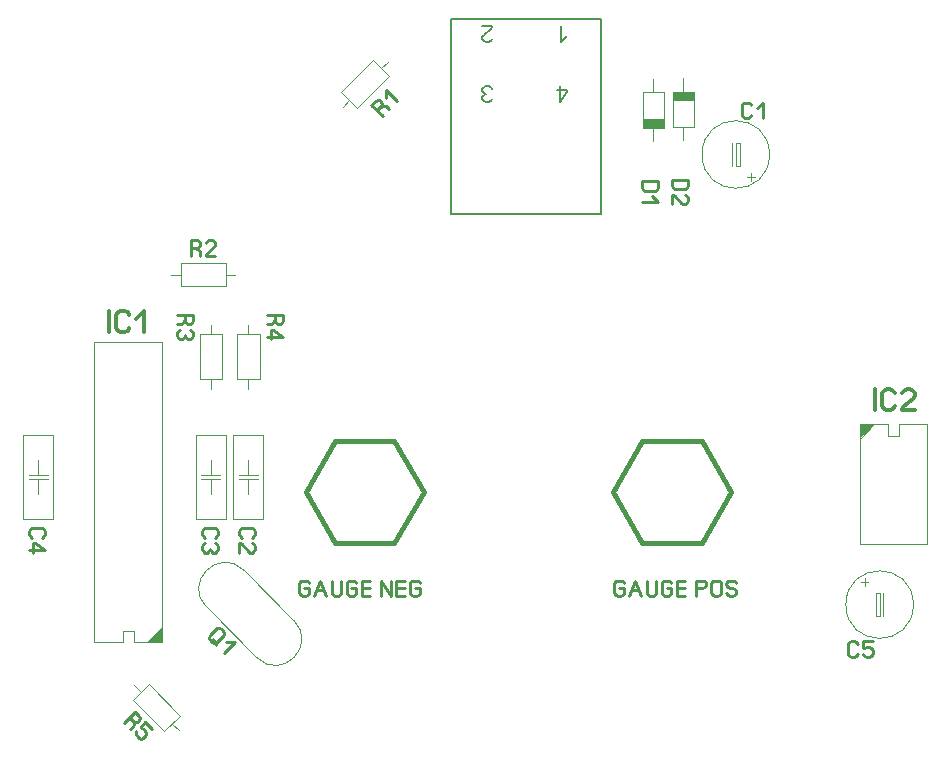
<source format=gbr>
%FSLAX32Y32*%
%MOMM*%
%LNBESTUECKUNG1*%
G71*
G01*
%ADD10C, 0.10*%
%ADD11C, 0.00*%
%ADD12C, 0.32*%
%ADD13C, 0.24*%
%ADD14C, 0.20*%
%ADD15C, 0.17*%
%ADD16C, 0.40*%
%LPD*%
G54D10*
X920Y3905D02*
X1159Y3905D01*
X1159Y4000D01*
X1253Y4000D01*
X1253Y3905D01*
X1492Y3905D01*
X1492Y6445D01*
X920Y6445D01*
X920Y3905D01*
G36*
X1492Y3904D02*
X1365Y3904D01*
X1492Y4032D01*
X1492Y3904D01*
G37*
G54D11*
X1492Y3904D02*
X1365Y3904D01*
X1492Y4032D01*
X1492Y3904D01*
G54D10*
X7970Y5745D02*
X7731Y5746D01*
X7730Y5650D01*
X7636Y5650D01*
X7636Y5746D01*
X7398Y5746D01*
X7398Y4730D01*
X7970Y4730D01*
X7970Y5745D01*
G36*
X7398Y5746D02*
X7524Y5746D01*
X7398Y5618D01*
X7398Y5746D01*
G37*
G54D11*
X7398Y5746D02*
X7524Y5746D01*
X7398Y5618D01*
X7398Y5746D01*
G54D10*
X1647Y3281D02*
X1512Y3146D01*
X1244Y3415D01*
X1378Y3549D01*
X1647Y3281D01*
G54D10*
X1580Y3213D02*
X1636Y3157D01*
G54D10*
X1311Y3482D02*
X1255Y3538D01*
G54D12*
X1044Y6528D02*
X1044Y6706D01*
G54D12*
X1213Y6562D02*
X1200Y6539D01*
X1173Y6528D01*
X1146Y6528D01*
X1120Y6539D01*
X1106Y6562D01*
X1106Y6673D01*
X1120Y6695D01*
X1146Y6706D01*
X1173Y6706D01*
X1200Y6695D01*
X1213Y6673D01*
G54D12*
X1275Y6639D02*
X1342Y6706D01*
X1342Y6528D01*
G54D12*
X7528Y5864D02*
X7528Y6042D01*
G54D12*
X7697Y5898D02*
X7683Y5876D01*
X7657Y5864D01*
X7630Y5864D01*
X7603Y5876D01*
X7590Y5898D01*
X7590Y6009D01*
X7603Y6031D01*
X7630Y6042D01*
X7657Y6042D01*
X7683Y6031D01*
X7697Y6009D01*
G54D12*
X7866Y5864D02*
X7759Y5864D01*
X7759Y5876D01*
X7772Y5898D01*
X7852Y5964D01*
X7866Y5987D01*
X7866Y6009D01*
X7852Y6031D01*
X7826Y6042D01*
X7799Y6042D01*
X7772Y6031D01*
X7759Y6009D01*
G54D13*
X1243Y3238D02*
X1252Y3205D01*
X1248Y3186D01*
X1224Y3163D01*
G54D13*
X1167Y3219D02*
X1262Y3314D01*
X1297Y3278D01*
X1305Y3258D01*
X1301Y3240D01*
X1289Y3228D01*
X1270Y3223D01*
X1250Y3231D01*
X1215Y3267D01*
G54D13*
X1408Y3167D02*
X1352Y3224D01*
X1310Y3183D01*
X1317Y3176D01*
X1337Y3167D01*
X1352Y3153D01*
X1360Y3133D01*
X1355Y3114D01*
X1332Y3091D01*
X1313Y3086D01*
X1293Y3094D01*
X1279Y3108D01*
X1270Y3128D01*
X1275Y3147D01*
G54D10*
X5992Y8564D02*
X5818Y8564D01*
X5818Y8260D01*
X5992Y8260D01*
X5992Y8564D01*
G36*
X5992Y8564D02*
X5824Y8564D01*
X5824Y8492D01*
X5992Y8492D01*
X5992Y8564D01*
G37*
G54D10*
X5992Y8564D02*
X5824Y8564D01*
X5824Y8492D01*
X5992Y8492D01*
X5992Y8564D01*
G54D10*
X5906Y8675D02*
X5906Y8564D01*
G54D10*
X5906Y8262D02*
X5906Y8150D01*
G54D10*
X5564Y8259D02*
X5738Y8259D01*
X5738Y8563D01*
X5564Y8563D01*
X5564Y8259D01*
G36*
X5565Y8260D02*
X5732Y8260D01*
X5732Y8332D01*
X5565Y8332D01*
X5565Y8260D01*
G37*
G54D10*
X5565Y8260D02*
X5732Y8260D01*
X5732Y8332D01*
X5565Y8332D01*
X5565Y8260D01*
G54D10*
X5651Y8149D02*
X5651Y8260D01*
G54D10*
X5651Y8562D02*
X5651Y8673D01*
G54D10*
X571Y5660D02*
X317Y5660D01*
X317Y4944D01*
X571Y4944D01*
X571Y5660D01*
G54D10*
X524Y5318D02*
X364Y5318D01*
G54D10*
X524Y5286D02*
X364Y5286D01*
G54D10*
X444Y5444D02*
X444Y5318D01*
G54D10*
X444Y5286D02*
X444Y5158D01*
G54D10*
X2350Y5660D02*
X2096Y5660D01*
X2096Y4944D01*
X2349Y4944D01*
X2350Y5660D01*
G54D10*
X2302Y5318D02*
X2142Y5318D01*
G54D10*
X2302Y5286D02*
X2142Y5286D01*
G54D10*
X2222Y5444D02*
X2222Y5318D01*
G54D10*
X2222Y5286D02*
X2222Y5158D01*
G54D10*
X2032Y5660D02*
X1778Y5660D01*
X1778Y4944D01*
X2032Y4944D01*
X2032Y5660D01*
G54D10*
X1985Y5318D02*
X1824Y5318D01*
G54D10*
X1984Y5286D02*
X1824Y5286D01*
G54D10*
X1904Y5444D02*
X1904Y5318D01*
G54D10*
X1905Y5286D02*
X1904Y5158D01*
G54D10*
X6350Y8127D02*
X6382Y8127D01*
X6382Y7936D01*
X6350Y7936D01*
X6350Y8127D01*
G54D10*
G75*
G01X6636Y8031D02*
G03X6636Y8031I-286J0D01*
G01*
G54D10*
X6477Y7872D02*
X6477Y7810D01*
G54D10*
X6445Y7841D02*
X6509Y7840D01*
G54D10*
X6318Y8127D02*
X6318Y7937D01*
G54D10*
X7568Y4125D02*
X7536Y4125D01*
X7536Y4315D01*
X7568Y4315D01*
X7568Y4125D01*
G54D10*
G75*
G01X7282Y4220D02*
G03X7282Y4220I286J0D01*
G01*
G54D10*
X7441Y4379D02*
X7441Y4442D01*
G54D10*
X7473Y4411D02*
X7409Y4411D01*
G54D10*
X7600Y4125D02*
X7600Y4315D01*
G54D13*
X6482Y8363D02*
X6472Y8346D01*
X6452Y8338D01*
X6432Y8338D01*
X6412Y8346D01*
X6402Y8363D01*
X6402Y8446D01*
X6412Y8463D01*
X6432Y8471D01*
X6452Y8471D01*
X6472Y8463D01*
X6482Y8446D01*
G54D13*
X6530Y8421D02*
X6580Y8471D01*
X6580Y8338D01*
G54D13*
X2172Y4788D02*
X2156Y4798D01*
X2148Y4818D01*
X2148Y4838D01*
X2156Y4858D01*
X2172Y4868D01*
X2256Y4868D01*
X2272Y4858D01*
X2281Y4838D01*
X2281Y4818D01*
X2272Y4798D01*
X2256Y4788D01*
G54D13*
X2148Y4661D02*
X2148Y4741D01*
X2156Y4741D01*
X2172Y4731D01*
X2222Y4671D01*
X2239Y4661D01*
X2256Y4661D01*
X2272Y4671D01*
X2281Y4691D01*
X2281Y4711D01*
X2272Y4731D01*
X2256Y4741D01*
G54D13*
X1855Y4788D02*
X1838Y4798D01*
X1830Y4818D01*
X1830Y4838D01*
X1838Y4858D01*
X1855Y4868D01*
X1938Y4868D01*
X1955Y4858D01*
X1963Y4838D01*
X1963Y4818D01*
X1955Y4798D01*
X1938Y4788D01*
G54D13*
X1938Y4741D02*
X1955Y4731D01*
X1963Y4711D01*
X1963Y4691D01*
X1955Y4671D01*
X1938Y4661D01*
X1922Y4661D01*
X1905Y4671D01*
X1897Y4691D01*
X1888Y4671D01*
X1872Y4661D01*
X1855Y4661D01*
X1838Y4671D01*
X1830Y4691D01*
X1830Y4711D01*
X1838Y4731D01*
X1855Y4741D01*
G54D13*
X394Y4788D02*
X378Y4798D01*
X370Y4818D01*
X370Y4838D01*
X378Y4858D01*
X394Y4868D01*
X478Y4868D01*
X494Y4858D01*
X503Y4838D01*
X503Y4818D01*
X494Y4798D01*
X478Y4788D01*
G54D13*
X370Y4681D02*
X503Y4681D01*
X420Y4741D01*
X403Y4741D01*
X403Y4661D01*
G54D13*
X7382Y3803D02*
X7372Y3786D01*
X7352Y3778D01*
X7332Y3778D01*
X7312Y3786D01*
X7302Y3803D01*
X7302Y3886D01*
X7312Y3903D01*
X7332Y3911D01*
X7352Y3911D01*
X7372Y3903D01*
X7382Y3886D01*
G54D13*
X7509Y3911D02*
X7429Y3911D01*
X7429Y3853D01*
X7439Y3853D01*
X7459Y3861D01*
X7479Y3861D01*
X7499Y3853D01*
X7509Y3836D01*
X7509Y3803D01*
X7499Y3786D01*
X7479Y3778D01*
X7459Y3778D01*
X7439Y3786D01*
X7429Y3803D01*
G54D10*
X2296Y3770D02*
X1870Y4197D01*
G54D10*
X2610Y4085D02*
X2183Y4511D01*
G54D10*
G75*
G01X2295Y3772D02*
G03X2609Y4086I157J157D01*
G01*
G54D10*
G75*
G01X2184Y4511D02*
G03X1870Y4197I-157J-157D01*
G01*
G54D10*
X3145Y8425D02*
X3010Y8559D01*
X3279Y8828D01*
X3414Y8693D01*
X3145Y8425D01*
G54D10*
X3077Y8491D02*
X3021Y8435D01*
G54D10*
X3346Y8760D02*
X3402Y8816D01*
G54D13*
X3340Y8433D02*
X3373Y8443D01*
X3392Y8438D01*
X3415Y8415D01*
G54D13*
X3359Y8358D02*
X3264Y8452D01*
X3300Y8488D01*
X3320Y8496D01*
X3339Y8491D01*
X3350Y8479D01*
X3355Y8461D01*
X3347Y8441D01*
X3311Y8405D01*
G54D13*
X3389Y8507D02*
X3389Y8577D01*
X3484Y8483D01*
G54D10*
X2030Y7108D02*
X2030Y6918D01*
X1650Y6918D01*
X1650Y7108D01*
X2030Y7108D01*
G54D10*
X2031Y7013D02*
X2110Y7013D01*
G54D10*
X1650Y7013D02*
X1571Y7013D01*
G54D13*
X1775Y7237D02*
X1805Y7221D01*
X1815Y7204D01*
X1815Y7171D01*
G54D13*
X1735Y7171D02*
X1735Y7304D01*
X1785Y7304D01*
X1805Y7296D01*
X1815Y7279D01*
X1815Y7262D01*
X1805Y7246D01*
X1785Y7237D01*
X1735Y7237D01*
G54D13*
X1942Y7171D02*
X1862Y7171D01*
X1862Y7179D01*
X1872Y7196D01*
X1932Y7246D01*
X1942Y7262D01*
X1942Y7279D01*
X1932Y7296D01*
X1912Y7304D01*
X1892Y7304D01*
X1872Y7296D01*
X1862Y7279D01*
G54D10*
X2000Y6127D02*
X1810Y6127D01*
X1810Y6507D01*
X2000Y6507D01*
X2000Y6127D01*
G54D10*
X1905Y6126D02*
X1905Y6047D01*
G54D10*
X1905Y6507D02*
X1905Y6586D01*
G54D13*
X1685Y6636D02*
X1668Y6606D01*
X1651Y6596D01*
X1618Y6596D01*
G54D13*
X1618Y6676D02*
X1751Y6676D01*
X1751Y6626D01*
X1743Y6606D01*
X1726Y6596D01*
X1710Y6596D01*
X1693Y6606D01*
X1685Y6626D01*
X1685Y6676D01*
G54D13*
X1726Y6549D02*
X1743Y6539D01*
X1751Y6519D01*
X1751Y6499D01*
X1743Y6479D01*
X1726Y6469D01*
X1710Y6469D01*
X1693Y6479D01*
X1685Y6499D01*
X1676Y6479D01*
X1660Y6469D01*
X1643Y6469D01*
X1626Y6479D01*
X1618Y6499D01*
X1618Y6519D01*
X1626Y6539D01*
X1643Y6549D01*
G54D10*
X2318Y6127D02*
X2127Y6127D01*
X2128Y6507D01*
X2318Y6507D01*
X2318Y6127D01*
G54D10*
X2222Y6126D02*
X2222Y6047D01*
G54D10*
X2222Y6507D02*
X2222Y6586D01*
G54D13*
X2447Y6636D02*
X2430Y6606D01*
X2413Y6596D01*
X2380Y6596D01*
G54D13*
X2380Y6676D02*
X2513Y6676D01*
X2513Y6626D01*
X2505Y6606D01*
X2488Y6596D01*
X2472Y6596D01*
X2455Y6606D01*
X2447Y6626D01*
X2447Y6676D01*
G54D13*
X2380Y6489D02*
X2513Y6489D01*
X2430Y6549D01*
X2413Y6549D01*
X2413Y6469D01*
G54D14*
X3938Y8539D02*
X3938Y7523D01*
X5208Y7523D01*
X5208Y9174D01*
X3938Y9174D01*
X3938Y8539D01*
G54D15*
X4920Y9032D02*
X4870Y8982D01*
X4870Y9116D01*
G54D15*
X4205Y9116D02*
X4285Y9116D01*
X4285Y9107D01*
X4275Y9091D01*
X4215Y9041D01*
X4205Y9024D01*
X4205Y9007D01*
X4215Y8991D01*
X4235Y8982D01*
X4255Y8982D01*
X4275Y8991D01*
X4285Y9007D01*
G54D15*
X4285Y8499D02*
X4275Y8483D01*
X4255Y8474D01*
X4235Y8474D01*
X4215Y8483D01*
X4205Y8499D01*
X4205Y8516D01*
X4215Y8533D01*
X4235Y8541D01*
X4215Y8549D01*
X4205Y8566D01*
X4205Y8583D01*
X4215Y8599D01*
X4235Y8608D01*
X4255Y8608D01*
X4275Y8599D01*
X4285Y8583D01*
G54D15*
X4860Y8608D02*
X4860Y8474D01*
X4920Y8558D01*
X4920Y8574D01*
X4840Y8574D01*
G54D13*
X5362Y4357D02*
X5402Y4357D01*
X5403Y4316D01*
X5392Y4299D01*
X5372Y4290D01*
X5352Y4290D01*
X5332Y4299D01*
X5322Y4316D01*
X5322Y4399D01*
X5332Y4416D01*
X5352Y4424D01*
X5372Y4424D01*
X5393Y4416D01*
X5402Y4399D01*
G54D13*
X5450Y4290D02*
X5500Y4424D01*
X5550Y4290D01*
G54D13*
X5470Y4340D02*
X5530Y4340D01*
G54D13*
X5596Y4424D02*
X5597Y4316D01*
X5606Y4299D01*
X5626Y4290D01*
X5646Y4290D01*
X5666Y4299D01*
X5676Y4316D01*
X5676Y4424D01*
G54D13*
X5764Y4357D02*
X5804Y4357D01*
X5804Y4316D01*
X5794Y4299D01*
X5774Y4290D01*
X5754Y4290D01*
X5734Y4299D01*
X5724Y4316D01*
X5724Y4399D01*
X5734Y4416D01*
X5754Y4424D01*
X5774Y4424D01*
X5794Y4416D01*
X5804Y4399D01*
G54D13*
X5920Y4290D02*
X5850Y4290D01*
X5850Y4424D01*
X5920Y4424D01*
G54D13*
X5850Y4357D02*
X5920Y4357D01*
G54D13*
X6016Y4290D02*
X6016Y4424D01*
X6066Y4424D01*
X6086Y4416D01*
X6096Y4399D01*
X6096Y4382D01*
X6086Y4366D01*
X6066Y4357D01*
X6016Y4357D01*
G54D13*
X6224Y4399D02*
X6224Y4316D01*
X6214Y4299D01*
X6194Y4290D01*
X6174Y4290D01*
X6154Y4299D01*
X6144Y4316D01*
X6144Y4399D01*
X6154Y4416D01*
X6174Y4424D01*
X6194Y4424D01*
X6214Y4416D01*
X6224Y4399D01*
G54D13*
X6270Y4316D02*
X6280Y4299D01*
X6300Y4290D01*
X6320Y4290D01*
X6340Y4299D01*
X6350Y4316D01*
X6350Y4332D01*
X6340Y4349D01*
X6320Y4357D01*
X6300Y4357D01*
X6280Y4366D01*
X6270Y4382D01*
X6270Y4399D01*
X6280Y4416D01*
X6300Y4424D01*
X6320Y4424D01*
X6340Y4416D01*
X6350Y4399D01*
G54D13*
X2696Y4357D02*
X2736Y4357D01*
X2736Y4316D01*
X2726Y4299D01*
X2705Y4290D01*
X2686Y4290D01*
X2666Y4299D01*
X2656Y4316D01*
X2656Y4399D01*
X2666Y4416D01*
X2686Y4424D01*
X2705Y4424D01*
X2726Y4416D01*
X2736Y4399D01*
G54D13*
X2782Y4290D02*
X2832Y4424D01*
X2882Y4290D01*
G54D13*
X2802Y4340D02*
X2862Y4340D01*
G54D13*
X2930Y4424D02*
X2930Y4316D01*
X2940Y4299D01*
X2960Y4290D01*
X2980Y4290D01*
X2999Y4299D01*
X3009Y4316D01*
X3009Y4424D01*
G54D13*
X3096Y4357D02*
X3136Y4357D01*
X3136Y4316D01*
X3126Y4299D01*
X3106Y4290D01*
X3086Y4290D01*
X3066Y4299D01*
X3057Y4316D01*
X3057Y4399D01*
X3066Y4416D01*
X3086Y4424D01*
X3106Y4424D01*
X3126Y4416D01*
X3136Y4399D01*
G54D13*
X3254Y4290D02*
X3183Y4290D01*
X3183Y4424D01*
X3254Y4424D01*
G54D13*
X3184Y4357D02*
X3254Y4357D01*
G54D13*
X3350Y4290D02*
X3350Y4424D01*
X3429Y4290D01*
X3429Y4424D01*
G54D13*
X3546Y4290D02*
X3476Y4290D01*
X3476Y4424D01*
X3546Y4424D01*
G54D13*
X3476Y4357D02*
X3546Y4357D01*
G54D13*
X3633Y4357D02*
X3674Y4357D01*
X3674Y4316D01*
X3664Y4299D01*
X3644Y4290D01*
X3623Y4290D01*
X3604Y4299D01*
X3594Y4316D01*
X3594Y4399D01*
X3604Y4416D01*
X3623Y4424D01*
X3643Y4424D01*
X3664Y4416D01*
X3674Y4399D01*
G54D13*
X1927Y3931D02*
X1945Y3878D01*
G54D13*
X2014Y3961D02*
X1955Y3902D01*
X1936Y3898D01*
X1916Y3906D01*
X1902Y3920D01*
X1894Y3940D01*
X1899Y3959D01*
X1957Y4018D01*
X1976Y4022D01*
X1996Y4014D01*
X2011Y4000D01*
X2019Y3980D01*
X2014Y3961D01*
G54D13*
X2037Y3903D02*
X2107Y3903D01*
X2013Y3809D01*
G54D13*
X5555Y7804D02*
X5688Y7804D01*
X5688Y7754D01*
X5680Y7734D01*
X5663Y7724D01*
X5580Y7724D01*
X5563Y7734D01*
X5555Y7754D01*
X5555Y7804D01*
G54D13*
X5638Y7677D02*
X5688Y7627D01*
X5555Y7627D01*
G54D13*
X5809Y7819D02*
X5942Y7819D01*
X5942Y7769D01*
X5934Y7749D01*
X5917Y7739D01*
X5834Y7739D01*
X5817Y7749D01*
X5809Y7769D01*
X5809Y7819D01*
G54D13*
X5809Y7612D02*
X5809Y7692D01*
X5817Y7692D01*
X5834Y7682D01*
X5884Y7622D01*
X5901Y7612D01*
X5917Y7612D01*
X5934Y7622D01*
X5942Y7642D01*
X5942Y7662D01*
X5934Y7682D01*
X5917Y7692D01*
G54D16*
X3707Y5174D02*
X3457Y5607D01*
X2957Y5607D01*
X2707Y5174D01*
X2957Y4741D01*
X3457Y4741D01*
X3707Y5174D01*
G54D16*
X6310Y5174D02*
X6060Y5607D01*
X5560Y5607D01*
X5310Y5174D01*
X5560Y4741D01*
X6060Y4741D01*
X6310Y5174D01*
M02*

</source>
